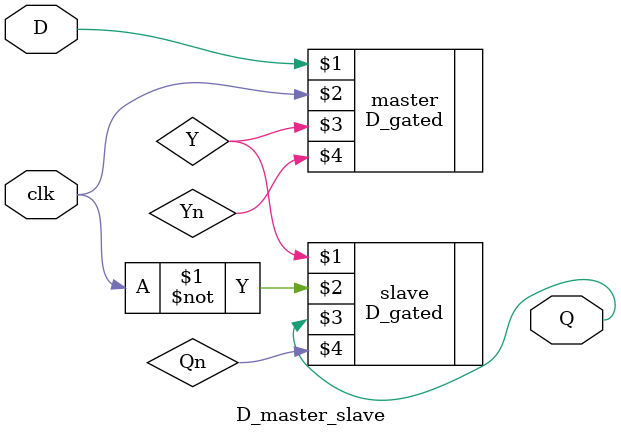
<source format=v>
module D_master_slave
(
	D,
	clk,
	Q
);

	input D, clk;
	output Q;
	wire Y, Yn, Qn;

	D_gated master(D, clk, Y, Yn);
	D_gated slave(Y, ~clk, Q, Qn); 
endmodule

</source>
